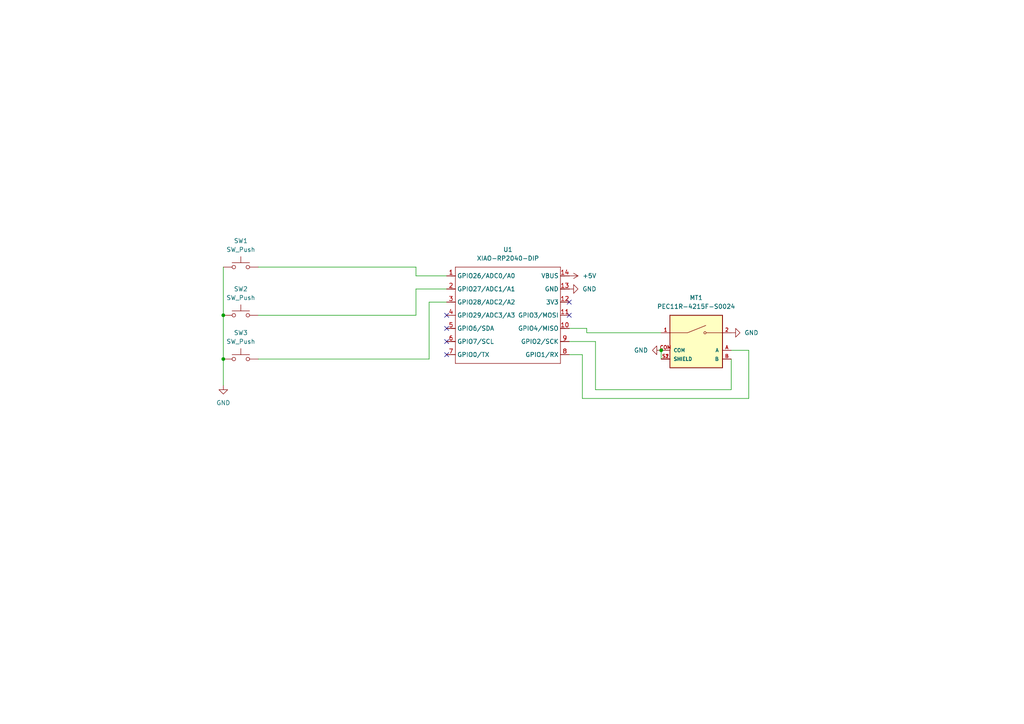
<source format=kicad_sch>
(kicad_sch
	(version 20250114)
	(generator "eeschema")
	(generator_version "9.0")
	(uuid "aaf710d8-5011-43a3-9038-0193f12c2d29")
	(paper "A4")
	(lib_symbols
		(symbol "PEC11R-4215F-S0024:PEC11R-4215F-S0024"
			(pin_names
				(offset 1.016)
			)
			(exclude_from_sim no)
			(in_bom yes)
			(on_board yes)
			(property "Reference" "MT"
				(at -7.62 8.89 0)
				(effects
					(font
						(size 1.27 1.27)
					)
					(justify left bottom)
				)
			)
			(property "Value" "PEC11R-4215F-S0024"
				(at -7.62 -8.89 0)
				(effects
					(font
						(size 1.27 1.27)
					)
					(justify left top)
				)
			)
			(property "Footprint" "PEC11R-4215F-S0024:XDCR_PEC11R-4215F-S0024"
				(at 0 0 0)
				(effects
					(font
						(size 1.27 1.27)
					)
					(justify bottom)
					(hide yes)
				)
			)
			(property "Datasheet" ""
				(at 0 0 0)
				(effects
					(font
						(size 1.27 1.27)
					)
					(hide yes)
				)
			)
			(property "Description" ""
				(at 0 0 0)
				(effects
					(font
						(size 1.27 1.27)
					)
					(hide yes)
				)
			)
			(property "MF" "Bourns"
				(at 0 0 0)
				(effects
					(font
						(size 1.27 1.27)
					)
					(justify bottom)
					(hide yes)
				)
			)
			(property "MAXIMUM_PACKAGE_HEIGHT" "21.5 mm"
				(at 0 0 0)
				(effects
					(font
						(size 1.27 1.27)
					)
					(justify bottom)
					(hide yes)
				)
			)
			(property "Package" "None"
				(at 0 0 0)
				(effects
					(font
						(size 1.27 1.27)
					)
					(justify bottom)
					(hide yes)
				)
			)
			(property "Price" "None"
				(at 0 0 0)
				(effects
					(font
						(size 1.27 1.27)
					)
					(justify bottom)
					(hide yes)
				)
			)
			(property "Check_prices" "https://www.snapeda.com/parts/PEC11R-4215F-S0024/Bourns/view-part/?ref=eda"
				(at 0 0 0)
				(effects
					(font
						(size 1.27 1.27)
					)
					(justify bottom)
					(hide yes)
				)
			)
			(property "STANDARD" "Manufacturer Recommendations"
				(at 0 0 0)
				(effects
					(font
						(size 1.27 1.27)
					)
					(justify bottom)
					(hide yes)
				)
			)
			(property "PARTREV" "Rev. 09/19"
				(at 0 0 0)
				(effects
					(font
						(size 1.27 1.27)
					)
					(justify bottom)
					(hide yes)
				)
			)
			(property "SnapEDA_Link" "https://www.snapeda.com/parts/PEC11R-4215F-S0024/Bourns/view-part/?ref=snap"
				(at 0 0 0)
				(effects
					(font
						(size 1.27 1.27)
					)
					(justify bottom)
					(hide yes)
				)
			)
			(property "MP" "PEC11R-4215F-S0024"
				(at 0 0 0)
				(effects
					(font
						(size 1.27 1.27)
					)
					(justify bottom)
					(hide yes)
				)
			)
			(property "Description_1" "Encoder,Rotary,24 Detents,15 mm, Shaft,Switch | Bourns PEC11R-4215F-S0024"
				(at 0 0 0)
				(effects
					(font
						(size 1.27 1.27)
					)
					(justify bottom)
					(hide yes)
				)
			)
			(property "Availability" "In Stock"
				(at 0 0 0)
				(effects
					(font
						(size 1.27 1.27)
					)
					(justify bottom)
					(hide yes)
				)
			)
			(property "MANUFACTURER" "J.W.Miller/Bourns"
				(at 0 0 0)
				(effects
					(font
						(size 1.27 1.27)
					)
					(justify bottom)
					(hide yes)
				)
			)
			(symbol "PEC11R-4215F-S0024_0_0"
				(rectangle
					(start -7.62 -7.62)
					(end 7.62 7.62)
					(stroke
						(width 0.254)
						(type default)
					)
					(fill
						(type background)
					)
				)
				(polyline
					(pts
						(xy -2.54 2.54) (xy -7.62 2.54)
					)
					(stroke
						(width 0.1524)
						(type default)
					)
					(fill
						(type none)
					)
				)
				(polyline
					(pts
						(xy -2.54 2.54) (xy 2.794 4.6736)
					)
					(stroke
						(width 0.1524)
						(type default)
					)
					(fill
						(type none)
					)
				)
				(circle
					(center 2.54 2.54)
					(radius 0.3302)
					(stroke
						(width 0.1524)
						(type default)
					)
					(fill
						(type none)
					)
				)
				(polyline
					(pts
						(xy 7.62 2.54) (xy 2.921 2.54)
					)
					(stroke
						(width 0.1524)
						(type default)
					)
					(fill
						(type none)
					)
				)
				(pin passive line
					(at -10.16 2.54 0)
					(length 2.54)
					(name "~"
						(effects
							(font
								(size 1.016 1.016)
							)
						)
					)
					(number "1"
						(effects
							(font
								(size 1.016 1.016)
							)
						)
					)
				)
				(pin passive line
					(at -10.16 -2.54 0)
					(length 2.54)
					(name "COM"
						(effects
							(font
								(size 1.016 1.016)
							)
						)
					)
					(number "COM"
						(effects
							(font
								(size 1.016 1.016)
							)
						)
					)
				)
				(pin passive line
					(at -10.16 -5.08 0)
					(length 2.54)
					(name "SHIELD"
						(effects
							(font
								(size 1.016 1.016)
							)
						)
					)
					(number "S1"
						(effects
							(font
								(size 1.016 1.016)
							)
						)
					)
				)
				(pin passive line
					(at -10.16 -5.08 0)
					(length 2.54)
					(name "SHIELD"
						(effects
							(font
								(size 1.016 1.016)
							)
						)
					)
					(number "S2"
						(effects
							(font
								(size 1.016 1.016)
							)
						)
					)
				)
				(pin passive line
					(at 10.16 2.54 180)
					(length 2.54)
					(name "~"
						(effects
							(font
								(size 1.016 1.016)
							)
						)
					)
					(number "2"
						(effects
							(font
								(size 1.016 1.016)
							)
						)
					)
				)
				(pin passive line
					(at 10.16 -2.54 180)
					(length 2.54)
					(name "A"
						(effects
							(font
								(size 1.016 1.016)
							)
						)
					)
					(number "A"
						(effects
							(font
								(size 1.016 1.016)
							)
						)
					)
				)
				(pin passive line
					(at 10.16 -5.08 180)
					(length 2.54)
					(name "B"
						(effects
							(font
								(size 1.016 1.016)
							)
						)
					)
					(number "B"
						(effects
							(font
								(size 1.016 1.016)
							)
						)
					)
				)
			)
			(embedded_fonts no)
		)
		(symbol "Seeed_Studio_XIAO_Series:XIAO-RP2040-DIP"
			(exclude_from_sim no)
			(in_bom yes)
			(on_board yes)
			(property "Reference" "U"
				(at 0 0 0)
				(effects
					(font
						(size 1.27 1.27)
					)
				)
			)
			(property "Value" "XIAO-RP2040-DIP"
				(at 5.334 -1.778 0)
				(effects
					(font
						(size 1.27 1.27)
					)
				)
			)
			(property "Footprint" "Module:MOUDLE14P-XIAO-DIP-SMD"
				(at 14.478 -32.258 0)
				(effects
					(font
						(size 1.27 1.27)
					)
					(hide yes)
				)
			)
			(property "Datasheet" ""
				(at 0 0 0)
				(effects
					(font
						(size 1.27 1.27)
					)
					(hide yes)
				)
			)
			(property "Description" ""
				(at 0 0 0)
				(effects
					(font
						(size 1.27 1.27)
					)
					(hide yes)
				)
			)
			(symbol "XIAO-RP2040-DIP_1_0"
				(polyline
					(pts
						(xy -1.27 -2.54) (xy 29.21 -2.54)
					)
					(stroke
						(width 0.1524)
						(type solid)
					)
					(fill
						(type none)
					)
				)
				(polyline
					(pts
						(xy -1.27 -5.08) (xy -2.54 -5.08)
					)
					(stroke
						(width 0.1524)
						(type solid)
					)
					(fill
						(type none)
					)
				)
				(polyline
					(pts
						(xy -1.27 -5.08) (xy -1.27 -2.54)
					)
					(stroke
						(width 0.1524)
						(type solid)
					)
					(fill
						(type none)
					)
				)
				(polyline
					(pts
						(xy -1.27 -8.89) (xy -2.54 -8.89)
					)
					(stroke
						(width 0.1524)
						(type solid)
					)
					(fill
						(type none)
					)
				)
				(polyline
					(pts
						(xy -1.27 -8.89) (xy -1.27 -5.08)
					)
					(stroke
						(width 0.1524)
						(type solid)
					)
					(fill
						(type none)
					)
				)
				(polyline
					(pts
						(xy -1.27 -12.7) (xy -2.54 -12.7)
					)
					(stroke
						(width 0.1524)
						(type solid)
					)
					(fill
						(type none)
					)
				)
				(polyline
					(pts
						(xy -1.27 -12.7) (xy -1.27 -8.89)
					)
					(stroke
						(width 0.1524)
						(type solid)
					)
					(fill
						(type none)
					)
				)
				(polyline
					(pts
						(xy -1.27 -16.51) (xy -2.54 -16.51)
					)
					(stroke
						(width 0.1524)
						(type solid)
					)
					(fill
						(type none)
					)
				)
				(polyline
					(pts
						(xy -1.27 -16.51) (xy -1.27 -12.7)
					)
					(stroke
						(width 0.1524)
						(type solid)
					)
					(fill
						(type none)
					)
				)
				(polyline
					(pts
						(xy -1.27 -20.32) (xy -2.54 -20.32)
					)
					(stroke
						(width 0.1524)
						(type solid)
					)
					(fill
						(type none)
					)
				)
				(polyline
					(pts
						(xy -1.27 -24.13) (xy -2.54 -24.13)
					)
					(stroke
						(width 0.1524)
						(type solid)
					)
					(fill
						(type none)
					)
				)
				(polyline
					(pts
						(xy -1.27 -27.94) (xy -2.54 -27.94)
					)
					(stroke
						(width 0.1524)
						(type solid)
					)
					(fill
						(type none)
					)
				)
				(polyline
					(pts
						(xy -1.27 -30.48) (xy -1.27 -16.51)
					)
					(stroke
						(width 0.1524)
						(type solid)
					)
					(fill
						(type none)
					)
				)
				(polyline
					(pts
						(xy 29.21 -2.54) (xy 29.21 -5.08)
					)
					(stroke
						(width 0.1524)
						(type solid)
					)
					(fill
						(type none)
					)
				)
				(polyline
					(pts
						(xy 29.21 -5.08) (xy 29.21 -8.89)
					)
					(stroke
						(width 0.1524)
						(type solid)
					)
					(fill
						(type none)
					)
				)
				(polyline
					(pts
						(xy 29.21 -8.89) (xy 29.21 -12.7)
					)
					(stroke
						(width 0.1524)
						(type solid)
					)
					(fill
						(type none)
					)
				)
				(polyline
					(pts
						(xy 29.21 -12.7) (xy 29.21 -30.48)
					)
					(stroke
						(width 0.1524)
						(type solid)
					)
					(fill
						(type none)
					)
				)
				(polyline
					(pts
						(xy 29.21 -30.48) (xy -1.27 -30.48)
					)
					(stroke
						(width 0.1524)
						(type solid)
					)
					(fill
						(type none)
					)
				)
				(polyline
					(pts
						(xy 30.48 -5.08) (xy 29.21 -5.08)
					)
					(stroke
						(width 0.1524)
						(type solid)
					)
					(fill
						(type none)
					)
				)
				(polyline
					(pts
						(xy 30.48 -8.89) (xy 29.21 -8.89)
					)
					(stroke
						(width 0.1524)
						(type solid)
					)
					(fill
						(type none)
					)
				)
				(polyline
					(pts
						(xy 30.48 -12.7) (xy 29.21 -12.7)
					)
					(stroke
						(width 0.1524)
						(type solid)
					)
					(fill
						(type none)
					)
				)
				(polyline
					(pts
						(xy 30.48 -16.51) (xy 29.21 -16.51)
					)
					(stroke
						(width 0.1524)
						(type solid)
					)
					(fill
						(type none)
					)
				)
				(polyline
					(pts
						(xy 30.48 -20.32) (xy 29.21 -20.32)
					)
					(stroke
						(width 0.1524)
						(type solid)
					)
					(fill
						(type none)
					)
				)
				(polyline
					(pts
						(xy 30.48 -24.13) (xy 29.21 -24.13)
					)
					(stroke
						(width 0.1524)
						(type solid)
					)
					(fill
						(type none)
					)
				)
				(polyline
					(pts
						(xy 30.48 -27.94) (xy 29.21 -27.94)
					)
					(stroke
						(width 0.1524)
						(type solid)
					)
					(fill
						(type none)
					)
				)
				(pin passive line
					(at -3.81 -5.08 0)
					(length 2.54)
					(name "GPIO26/ADC0/A0"
						(effects
							(font
								(size 1.27 1.27)
							)
						)
					)
					(number "1"
						(effects
							(font
								(size 1.27 1.27)
							)
						)
					)
				)
				(pin passive line
					(at -3.81 -8.89 0)
					(length 2.54)
					(name "GPIO27/ADC1/A1"
						(effects
							(font
								(size 1.27 1.27)
							)
						)
					)
					(number "2"
						(effects
							(font
								(size 1.27 1.27)
							)
						)
					)
				)
				(pin passive line
					(at -3.81 -12.7 0)
					(length 2.54)
					(name "GPIO28/ADC2/A2"
						(effects
							(font
								(size 1.27 1.27)
							)
						)
					)
					(number "3"
						(effects
							(font
								(size 1.27 1.27)
							)
						)
					)
				)
				(pin passive line
					(at -3.81 -16.51 0)
					(length 2.54)
					(name "GPIO29/ADC3/A3"
						(effects
							(font
								(size 1.27 1.27)
							)
						)
					)
					(number "4"
						(effects
							(font
								(size 1.27 1.27)
							)
						)
					)
				)
				(pin passive line
					(at -3.81 -20.32 0)
					(length 2.54)
					(name "GPIO6/SDA"
						(effects
							(font
								(size 1.27 1.27)
							)
						)
					)
					(number "5"
						(effects
							(font
								(size 1.27 1.27)
							)
						)
					)
				)
				(pin passive line
					(at -3.81 -24.13 0)
					(length 2.54)
					(name "GPIO7/SCL"
						(effects
							(font
								(size 1.27 1.27)
							)
						)
					)
					(number "6"
						(effects
							(font
								(size 1.27 1.27)
							)
						)
					)
				)
				(pin passive line
					(at -3.81 -27.94 0)
					(length 2.54)
					(name "GPIO0/TX"
						(effects
							(font
								(size 1.27 1.27)
							)
						)
					)
					(number "7"
						(effects
							(font
								(size 1.27 1.27)
							)
						)
					)
				)
				(pin passive line
					(at 31.75 -5.08 180)
					(length 2.54)
					(name "VBUS"
						(effects
							(font
								(size 1.27 1.27)
							)
						)
					)
					(number "14"
						(effects
							(font
								(size 1.27 1.27)
							)
						)
					)
				)
				(pin passive line
					(at 31.75 -8.89 180)
					(length 2.54)
					(name "GND"
						(effects
							(font
								(size 1.27 1.27)
							)
						)
					)
					(number "13"
						(effects
							(font
								(size 1.27 1.27)
							)
						)
					)
				)
				(pin passive line
					(at 31.75 -12.7 180)
					(length 2.54)
					(name "3V3"
						(effects
							(font
								(size 1.27 1.27)
							)
						)
					)
					(number "12"
						(effects
							(font
								(size 1.27 1.27)
							)
						)
					)
				)
				(pin passive line
					(at 31.75 -16.51 180)
					(length 2.54)
					(name "GPIO3/MOSI"
						(effects
							(font
								(size 1.27 1.27)
							)
						)
					)
					(number "11"
						(effects
							(font
								(size 1.27 1.27)
							)
						)
					)
				)
				(pin passive line
					(at 31.75 -20.32 180)
					(length 2.54)
					(name "GPIO4/MISO"
						(effects
							(font
								(size 1.27 1.27)
							)
						)
					)
					(number "10"
						(effects
							(font
								(size 1.27 1.27)
							)
						)
					)
				)
				(pin passive line
					(at 31.75 -24.13 180)
					(length 2.54)
					(name "GPIO2/SCK"
						(effects
							(font
								(size 1.27 1.27)
							)
						)
					)
					(number "9"
						(effects
							(font
								(size 1.27 1.27)
							)
						)
					)
				)
				(pin passive line
					(at 31.75 -27.94 180)
					(length 2.54)
					(name "GPIO1/RX"
						(effects
							(font
								(size 1.27 1.27)
							)
						)
					)
					(number "8"
						(effects
							(font
								(size 1.27 1.27)
							)
						)
					)
				)
			)
			(embedded_fonts no)
		)
		(symbol "Switch:SW_Push"
			(pin_numbers
				(hide yes)
			)
			(pin_names
				(offset 1.016)
				(hide yes)
			)
			(exclude_from_sim no)
			(in_bom yes)
			(on_board yes)
			(property "Reference" "SW"
				(at 1.27 2.54 0)
				(effects
					(font
						(size 1.27 1.27)
					)
					(justify left)
				)
			)
			(property "Value" "SW_Push"
				(at 0 -1.524 0)
				(effects
					(font
						(size 1.27 1.27)
					)
				)
			)
			(property "Footprint" ""
				(at 0 5.08 0)
				(effects
					(font
						(size 1.27 1.27)
					)
					(hide yes)
				)
			)
			(property "Datasheet" "~"
				(at 0 5.08 0)
				(effects
					(font
						(size 1.27 1.27)
					)
					(hide yes)
				)
			)
			(property "Description" "Push button switch, generic, two pins"
				(at 0 0 0)
				(effects
					(font
						(size 1.27 1.27)
					)
					(hide yes)
				)
			)
			(property "ki_keywords" "switch normally-open pushbutton push-button"
				(at 0 0 0)
				(effects
					(font
						(size 1.27 1.27)
					)
					(hide yes)
				)
			)
			(symbol "SW_Push_0_1"
				(circle
					(center -2.032 0)
					(radius 0.508)
					(stroke
						(width 0)
						(type default)
					)
					(fill
						(type none)
					)
				)
				(polyline
					(pts
						(xy 0 1.27) (xy 0 3.048)
					)
					(stroke
						(width 0)
						(type default)
					)
					(fill
						(type none)
					)
				)
				(circle
					(center 2.032 0)
					(radius 0.508)
					(stroke
						(width 0)
						(type default)
					)
					(fill
						(type none)
					)
				)
				(polyline
					(pts
						(xy 2.54 1.27) (xy -2.54 1.27)
					)
					(stroke
						(width 0)
						(type default)
					)
					(fill
						(type none)
					)
				)
				(pin passive line
					(at -5.08 0 0)
					(length 2.54)
					(name "1"
						(effects
							(font
								(size 1.27 1.27)
							)
						)
					)
					(number "1"
						(effects
							(font
								(size 1.27 1.27)
							)
						)
					)
				)
				(pin passive line
					(at 5.08 0 180)
					(length 2.54)
					(name "2"
						(effects
							(font
								(size 1.27 1.27)
							)
						)
					)
					(number "2"
						(effects
							(font
								(size 1.27 1.27)
							)
						)
					)
				)
			)
			(embedded_fonts no)
		)
		(symbol "power:+5V"
			(power)
			(pin_numbers
				(hide yes)
			)
			(pin_names
				(offset 0)
				(hide yes)
			)
			(exclude_from_sim no)
			(in_bom yes)
			(on_board yes)
			(property "Reference" "#PWR"
				(at 0 -3.81 0)
				(effects
					(font
						(size 1.27 1.27)
					)
					(hide yes)
				)
			)
			(property "Value" "+5V"
				(at 0 3.556 0)
				(effects
					(font
						(size 1.27 1.27)
					)
				)
			)
			(property "Footprint" ""
				(at 0 0 0)
				(effects
					(font
						(size 1.27 1.27)
					)
					(hide yes)
				)
			)
			(property "Datasheet" ""
				(at 0 0 0)
				(effects
					(font
						(size 1.27 1.27)
					)
					(hide yes)
				)
			)
			(property "Description" "Power symbol creates a global label with name \"+5V\""
				(at 0 0 0)
				(effects
					(font
						(size 1.27 1.27)
					)
					(hide yes)
				)
			)
			(property "ki_keywords" "global power"
				(at 0 0 0)
				(effects
					(font
						(size 1.27 1.27)
					)
					(hide yes)
				)
			)
			(symbol "+5V_0_1"
				(polyline
					(pts
						(xy -0.762 1.27) (xy 0 2.54)
					)
					(stroke
						(width 0)
						(type default)
					)
					(fill
						(type none)
					)
				)
				(polyline
					(pts
						(xy 0 2.54) (xy 0.762 1.27)
					)
					(stroke
						(width 0)
						(type default)
					)
					(fill
						(type none)
					)
				)
				(polyline
					(pts
						(xy 0 0) (xy 0 2.54)
					)
					(stroke
						(width 0)
						(type default)
					)
					(fill
						(type none)
					)
				)
			)
			(symbol "+5V_1_1"
				(pin power_in line
					(at 0 0 90)
					(length 0)
					(name "~"
						(effects
							(font
								(size 1.27 1.27)
							)
						)
					)
					(number "1"
						(effects
							(font
								(size 1.27 1.27)
							)
						)
					)
				)
			)
			(embedded_fonts no)
		)
		(symbol "power:GND"
			(power)
			(pin_numbers
				(hide yes)
			)
			(pin_names
				(offset 0)
				(hide yes)
			)
			(exclude_from_sim no)
			(in_bom yes)
			(on_board yes)
			(property "Reference" "#PWR"
				(at 0 -6.35 0)
				(effects
					(font
						(size 1.27 1.27)
					)
					(hide yes)
				)
			)
			(property "Value" "GND"
				(at 0 -3.81 0)
				(effects
					(font
						(size 1.27 1.27)
					)
				)
			)
			(property "Footprint" ""
				(at 0 0 0)
				(effects
					(font
						(size 1.27 1.27)
					)
					(hide yes)
				)
			)
			(property "Datasheet" ""
				(at 0 0 0)
				(effects
					(font
						(size 1.27 1.27)
					)
					(hide yes)
				)
			)
			(property "Description" "Power symbol creates a global label with name \"GND\" , ground"
				(at 0 0 0)
				(effects
					(font
						(size 1.27 1.27)
					)
					(hide yes)
				)
			)
			(property "ki_keywords" "global power"
				(at 0 0 0)
				(effects
					(font
						(size 1.27 1.27)
					)
					(hide yes)
				)
			)
			(symbol "GND_0_1"
				(polyline
					(pts
						(xy 0 0) (xy 0 -1.27) (xy 1.27 -1.27) (xy 0 -2.54) (xy -1.27 -1.27) (xy 0 -1.27)
					)
					(stroke
						(width 0)
						(type default)
					)
					(fill
						(type none)
					)
				)
			)
			(symbol "GND_1_1"
				(pin power_in line
					(at 0 0 270)
					(length 0)
					(name "~"
						(effects
							(font
								(size 1.27 1.27)
							)
						)
					)
					(number "1"
						(effects
							(font
								(size 1.27 1.27)
							)
						)
					)
				)
			)
			(embedded_fonts no)
		)
	)
	(junction
		(at 191.77 101.6)
		(diameter 0)
		(color 0 0 0 0)
		(uuid "1af35bd3-b251-453b-bc89-5fadb1772515")
	)
	(junction
		(at 64.77 104.14)
		(diameter 0)
		(color 0 0 0 0)
		(uuid "4da6bf02-6666-4ab8-a825-f9aed5fe32a4")
	)
	(junction
		(at 64.77 91.44)
		(diameter 0)
		(color 0 0 0 0)
		(uuid "7a0056c9-99e8-4d58-b24e-d072412b2660")
	)
	(no_connect
		(at 129.54 99.06)
		(uuid "08c1e005-8757-4573-b570-84d7f8ca3232")
	)
	(no_connect
		(at 129.54 95.25)
		(uuid "2981d18c-b36c-44a7-9356-39c091fb8e58")
	)
	(no_connect
		(at 129.54 102.87)
		(uuid "30b63f70-bca7-4e5c-93ed-d75a55c4ad08")
	)
	(no_connect
		(at 165.1 91.44)
		(uuid "a9bd50e1-4faf-4a77-826b-3dd0bcec9ccc")
	)
	(no_connect
		(at 165.1 87.63)
		(uuid "ae49973f-124d-41fd-b14b-a05b4a8ef195")
	)
	(no_connect
		(at 129.54 91.44)
		(uuid "e9ea511a-f8ae-405e-b9f5-22b107cd054a")
	)
	(wire
		(pts
			(xy 170.18 95.25) (xy 165.1 95.25)
		)
		(stroke
			(width 0)
			(type default)
		)
		(uuid "010a23c4-1b71-409d-95a3-67c0ca28ef17")
	)
	(wire
		(pts
			(xy 170.18 96.52) (xy 170.18 95.25)
		)
		(stroke
			(width 0)
			(type default)
		)
		(uuid "1ce10801-ec8b-43ef-aafe-cb0c4a54bf46")
	)
	(wire
		(pts
			(xy 74.93 104.14) (xy 124.46 104.14)
		)
		(stroke
			(width 0)
			(type default)
		)
		(uuid "26abe2d6-e4d8-49cb-9402-558b92a6e57a")
	)
	(wire
		(pts
			(xy 64.77 104.14) (xy 64.77 111.76)
		)
		(stroke
			(width 0)
			(type default)
		)
		(uuid "31575b01-50ef-439a-9c9d-92fd82280349")
	)
	(wire
		(pts
			(xy 120.65 83.82) (xy 129.54 83.82)
		)
		(stroke
			(width 0)
			(type default)
		)
		(uuid "3431dc59-af32-4032-8d1f-6c0147896318")
	)
	(wire
		(pts
			(xy 172.72 113.03) (xy 172.72 99.06)
		)
		(stroke
			(width 0)
			(type default)
		)
		(uuid "3b0cf1f1-1bd3-4ead-b351-56d5d7f9ccc6")
	)
	(wire
		(pts
			(xy 120.65 80.01) (xy 129.54 80.01)
		)
		(stroke
			(width 0)
			(type default)
		)
		(uuid "44ff7fc8-2f87-4758-a06d-c521cf87b30e")
	)
	(wire
		(pts
			(xy 64.77 77.47) (xy 64.77 91.44)
		)
		(stroke
			(width 0)
			(type default)
		)
		(uuid "58364321-6130-4d19-823f-90b5ca9f9d95")
	)
	(wire
		(pts
			(xy 191.77 101.6) (xy 191.77 104.14)
		)
		(stroke
			(width 0)
			(type default)
		)
		(uuid "5ae77bf8-3d07-4547-8512-2011767fbc0d")
	)
	(wire
		(pts
			(xy 217.17 115.57) (xy 168.91 115.57)
		)
		(stroke
			(width 0)
			(type default)
		)
		(uuid "5f05e8e5-2c4c-4f76-bf11-622a9a7c2efd")
	)
	(wire
		(pts
			(xy 74.93 91.44) (xy 120.65 91.44)
		)
		(stroke
			(width 0)
			(type default)
		)
		(uuid "6651394a-a01e-441f-aa0b-93d4a494fbf0")
	)
	(wire
		(pts
			(xy 124.46 104.14) (xy 124.46 87.63)
		)
		(stroke
			(width 0)
			(type default)
		)
		(uuid "7dad0ffd-9df2-4823-9abd-2c19f5cb799c")
	)
	(wire
		(pts
			(xy 120.65 77.47) (xy 120.65 80.01)
		)
		(stroke
			(width 0)
			(type default)
		)
		(uuid "813827d0-1af0-42a3-a7af-e2bd6f5dbd99")
	)
	(wire
		(pts
			(xy 64.77 91.44) (xy 64.77 104.14)
		)
		(stroke
			(width 0)
			(type default)
		)
		(uuid "83e93932-36fc-427b-8970-065013eac559")
	)
	(wire
		(pts
			(xy 168.91 115.57) (xy 168.91 102.87)
		)
		(stroke
			(width 0)
			(type default)
		)
		(uuid "a537f1d4-aa7d-4c82-b34b-8435caae2c80")
	)
	(wire
		(pts
			(xy 172.72 99.06) (xy 165.1 99.06)
		)
		(stroke
			(width 0)
			(type default)
		)
		(uuid "afab9581-706f-4b3e-9f61-da704e67b09c")
	)
	(wire
		(pts
			(xy 212.09 113.03) (xy 172.72 113.03)
		)
		(stroke
			(width 0)
			(type default)
		)
		(uuid "ca42bef7-bc4b-4801-afcf-2f8d2a5ecd05")
	)
	(wire
		(pts
			(xy 74.93 77.47) (xy 120.65 77.47)
		)
		(stroke
			(width 0)
			(type default)
		)
		(uuid "e079cfec-e6ca-433f-b5f8-00fa6a0c62f8")
	)
	(wire
		(pts
			(xy 124.46 87.63) (xy 129.54 87.63)
		)
		(stroke
			(width 0)
			(type default)
		)
		(uuid "e900e3f6-5f4f-4315-b24a-e493f31e744b")
	)
	(wire
		(pts
			(xy 217.17 101.6) (xy 217.17 115.57)
		)
		(stroke
			(width 0)
			(type default)
		)
		(uuid "eec46beb-73cd-4248-b079-f24023f267ef")
	)
	(wire
		(pts
			(xy 212.09 104.14) (xy 212.09 113.03)
		)
		(stroke
			(width 0)
			(type default)
		)
		(uuid "f2b50afd-5ea1-44c1-921e-249059c13763")
	)
	(wire
		(pts
			(xy 212.09 101.6) (xy 217.17 101.6)
		)
		(stroke
			(width 0)
			(type default)
		)
		(uuid "f543bfde-3957-41c0-a619-a6ffc749fc23")
	)
	(wire
		(pts
			(xy 120.65 91.44) (xy 120.65 83.82)
		)
		(stroke
			(width 0)
			(type default)
		)
		(uuid "f5980cf9-7ce3-4705-8337-87ae0e4f7bd3")
	)
	(wire
		(pts
			(xy 168.91 102.87) (xy 165.1 102.87)
		)
		(stroke
			(width 0)
			(type default)
		)
		(uuid "f7fc7e1b-7fdb-473a-8251-7a426931eb4e")
	)
	(wire
		(pts
			(xy 191.77 96.52) (xy 170.18 96.52)
		)
		(stroke
			(width 0)
			(type default)
		)
		(uuid "f863ba6b-d887-48c6-974a-d12ae2689778")
	)
	(symbol
		(lib_id "Seeed_Studio_XIAO_Series:XIAO-RP2040-DIP")
		(at 133.35 74.93 0)
		(unit 1)
		(exclude_from_sim no)
		(in_bom yes)
		(on_board yes)
		(dnp no)
		(fields_autoplaced yes)
		(uuid "350757ca-76fd-44d8-91a2-a0264709f4b0")
		(property "Reference" "U1"
			(at 147.32 72.39 0)
			(effects
				(font
					(size 1.27 1.27)
				)
			)
		)
		(property "Value" "XIAO-RP2040-DIP"
			(at 147.32 74.93 0)
			(effects
				(font
					(size 1.27 1.27)
				)
			)
		)
		(property "Footprint" "footprints-but-better:XIAO-RP2040-DIP"
			(at 147.828 107.188 0)
			(effects
				(font
					(size 1.27 1.27)
				)
				(hide yes)
			)
		)
		(property "Datasheet" ""
			(at 133.35 74.93 0)
			(effects
				(font
					(size 1.27 1.27)
				)
				(hide yes)
			)
		)
		(property "Description" ""
			(at 133.35 74.93 0)
			(effects
				(font
					(size 1.27 1.27)
				)
				(hide yes)
			)
		)
		(pin "4"
			(uuid "95b38c19-1542-476a-83e0-647199250481")
		)
		(pin "14"
			(uuid "cd9a2fac-0661-4884-8786-fb92ccce6f4c")
		)
		(pin "3"
			(uuid "8aa30287-1cf0-4c76-8bdb-f2145cc449e5")
		)
		(pin "6"
			(uuid "7bcb3329-90ab-4dd8-a96d-b24e6a63c68b")
		)
		(pin "11"
			(uuid "e2bc695b-6fbf-48d1-8a4b-05d5d82f2a3b")
		)
		(pin "5"
			(uuid "1d6f306c-031b-4632-af9e-8bbb9b1e8a46")
		)
		(pin "2"
			(uuid "536bc469-8a03-4f2c-820f-3d9733473ee4")
		)
		(pin "12"
			(uuid "22ca73ec-34ef-4d0e-aa10-3e8c58cfcdbe")
		)
		(pin "7"
			(uuid "3aa573b0-d19d-45fc-8dee-e21dfc09ad89")
		)
		(pin "9"
			(uuid "2eb98472-371c-41cb-ae09-b9f9f88200f8")
		)
		(pin "8"
			(uuid "adc38a86-6d64-4b78-8344-26245b0fe905")
		)
		(pin "1"
			(uuid "35b0f1d1-725e-4afe-b93f-b0d721c9273d")
		)
		(pin "13"
			(uuid "fd283528-ab02-42d6-a9f9-095e749326dd")
		)
		(pin "10"
			(uuid "4d72cf16-9749-40d5-a00f-381e20a9e54c")
		)
		(instances
			(project ""
				(path "/aaf710d8-5011-43a3-9038-0193f12c2d29"
					(reference "U1")
					(unit 1)
				)
			)
		)
	)
	(symbol
		(lib_id "Switch:SW_Push")
		(at 69.85 91.44 0)
		(unit 1)
		(exclude_from_sim no)
		(in_bom yes)
		(on_board yes)
		(dnp no)
		(fields_autoplaced yes)
		(uuid "3c0f5ed3-c3bf-40d1-a788-f9df715eaed7")
		(property "Reference" "SW2"
			(at 69.85 83.82 0)
			(effects
				(font
					(size 1.27 1.27)
				)
			)
		)
		(property "Value" "SW_Push"
			(at 69.85 86.36 0)
			(effects
				(font
					(size 1.27 1.27)
				)
			)
		)
		(property "Footprint" "Button_Switch_Keyboard:SW_Cherry_MX_1.00u_PCB"
			(at 69.85 86.36 0)
			(effects
				(font
					(size 1.27 1.27)
				)
				(hide yes)
			)
		)
		(property "Datasheet" "~"
			(at 69.85 86.36 0)
			(effects
				(font
					(size 1.27 1.27)
				)
				(hide yes)
			)
		)
		(property "Description" "Push button switch, generic, two pins"
			(at 69.85 91.44 0)
			(effects
				(font
					(size 1.27 1.27)
				)
				(hide yes)
			)
		)
		(pin "2"
			(uuid "ca056254-847a-4b56-9e3e-4436bad0cd33")
		)
		(pin "1"
			(uuid "7db32001-b8eb-4e23-bbc9-17e49c652ae0")
		)
		(instances
			(project ""
				(path "/aaf710d8-5011-43a3-9038-0193f12c2d29"
					(reference "SW2")
					(unit 1)
				)
			)
		)
	)
	(symbol
		(lib_id "Switch:SW_Push")
		(at 69.85 77.47 0)
		(unit 1)
		(exclude_from_sim no)
		(in_bom yes)
		(on_board yes)
		(dnp no)
		(fields_autoplaced yes)
		(uuid "4705e00c-2172-4729-8c01-131837208337")
		(property "Reference" "SW1"
			(at 69.85 69.85 0)
			(effects
				(font
					(size 1.27 1.27)
				)
			)
		)
		(property "Value" "SW_Push"
			(at 69.85 72.39 0)
			(effects
				(font
					(size 1.27 1.27)
				)
			)
		)
		(property "Footprint" "Button_Switch_Keyboard:SW_Cherry_MX_1.00u_PCB"
			(at 69.85 72.39 0)
			(effects
				(font
					(size 1.27 1.27)
				)
				(hide yes)
			)
		)
		(property "Datasheet" "~"
			(at 69.85 72.39 0)
			(effects
				(font
					(size 1.27 1.27)
				)
				(hide yes)
			)
		)
		(property "Description" "Push button switch, generic, two pins"
			(at 69.85 77.47 0)
			(effects
				(font
					(size 1.27 1.27)
				)
				(hide yes)
			)
		)
		(pin "2"
			(uuid "ca056254-847a-4b56-9e3e-4436bad0cd34")
		)
		(pin "1"
			(uuid "7db32001-b8eb-4e23-bbc9-17e49c652ae1")
		)
		(instances
			(project ""
				(path "/aaf710d8-5011-43a3-9038-0193f12c2d29"
					(reference "SW1")
					(unit 1)
				)
			)
		)
	)
	(symbol
		(lib_id "power:GND")
		(at 191.77 101.6 270)
		(unit 1)
		(exclude_from_sim no)
		(in_bom yes)
		(on_board yes)
		(dnp no)
		(fields_autoplaced yes)
		(uuid "5b4fec04-f616-4a92-a4f1-c5d7b095a172")
		(property "Reference" "#PWR04"
			(at 185.42 101.6 0)
			(effects
				(font
					(size 1.27 1.27)
				)
				(hide yes)
			)
		)
		(property "Value" "GND"
			(at 187.96 101.5999 90)
			(effects
				(font
					(size 1.27 1.27)
				)
				(justify right)
			)
		)
		(property "Footprint" ""
			(at 191.77 101.6 0)
			(effects
				(font
					(size 1.27 1.27)
				)
				(hide yes)
			)
		)
		(property "Datasheet" ""
			(at 191.77 101.6 0)
			(effects
				(font
					(size 1.27 1.27)
				)
				(hide yes)
			)
		)
		(property "Description" "Power symbol creates a global label with name \"GND\" , ground"
			(at 191.77 101.6 0)
			(effects
				(font
					(size 1.27 1.27)
				)
				(hide yes)
			)
		)
		(pin "1"
			(uuid "7db850dd-15b7-4dbc-96ce-2f938105f9a0")
		)
		(instances
			(project ""
				(path "/aaf710d8-5011-43a3-9038-0193f12c2d29"
					(reference "#PWR04")
					(unit 1)
				)
			)
		)
	)
	(symbol
		(lib_id "power:+5V")
		(at 165.1 80.01 270)
		(unit 1)
		(exclude_from_sim no)
		(in_bom yes)
		(on_board yes)
		(dnp no)
		(fields_autoplaced yes)
		(uuid "7ef9233a-b4f0-45d5-8d6a-04efcdeed9d9")
		(property "Reference" "#PWR03"
			(at 161.29 80.01 0)
			(effects
				(font
					(size 1.27 1.27)
				)
				(hide yes)
			)
		)
		(property "Value" "+5V"
			(at 168.91 80.0099 90)
			(effects
				(font
					(size 1.27 1.27)
				)
				(justify left)
			)
		)
		(property "Footprint" ""
			(at 165.1 80.01 0)
			(effects
				(font
					(size 1.27 1.27)
				)
				(hide yes)
			)
		)
		(property "Datasheet" ""
			(at 165.1 80.01 0)
			(effects
				(font
					(size 1.27 1.27)
				)
				(hide yes)
			)
		)
		(property "Description" "Power symbol creates a global label with name \"+5V\""
			(at 165.1 80.01 0)
			(effects
				(font
					(size 1.27 1.27)
				)
				(hide yes)
			)
		)
		(pin "1"
			(uuid "0a629458-bb92-416f-ac95-48ffea2b774b")
		)
		(instances
			(project ""
				(path "/aaf710d8-5011-43a3-9038-0193f12c2d29"
					(reference "#PWR03")
					(unit 1)
				)
			)
		)
	)
	(symbol
		(lib_id "PEC11R-4215F-S0024:PEC11R-4215F-S0024")
		(at 201.93 99.06 0)
		(unit 1)
		(exclude_from_sim no)
		(in_bom yes)
		(on_board yes)
		(dnp no)
		(fields_autoplaced yes)
		(uuid "b4366a2b-6421-4de3-95ba-53939922809c")
		(property "Reference" "MT1"
			(at 201.93 86.36 0)
			(effects
				(font
					(size 1.27 1.27)
				)
			)
		)
		(property "Value" "PEC11R-4215F-S0024"
			(at 201.93 88.9 0)
			(effects
				(font
					(size 1.27 1.27)
				)
			)
		)
		(property "Footprint" "PEC11R-4215F-S0024:XDCR_PEC11R-4215F-S0024"
			(at 201.93 99.06 0)
			(effects
				(font
					(size 1.27 1.27)
				)
				(justify bottom)
				(hide yes)
			)
		)
		(property "Datasheet" ""
			(at 201.93 99.06 0)
			(effects
				(font
					(size 1.27 1.27)
				)
				(hide yes)
			)
		)
		(property "Description" ""
			(at 201.93 99.06 0)
			(effects
				(font
					(size 1.27 1.27)
				)
				(hide yes)
			)
		)
		(property "MF" "Bourns"
			(at 201.93 99.06 0)
			(effects
				(font
					(size 1.27 1.27)
				)
				(justify bottom)
				(hide yes)
			)
		)
		(property "MAXIMUM_PACKAGE_HEIGHT" "21.5 mm"
			(at 201.93 99.06 0)
			(effects
				(font
					(size 1.27 1.27)
				)
				(justify bottom)
				(hide yes)
			)
		)
		(property "Package" "None"
			(at 201.93 99.06 0)
			(effects
				(font
					(size 1.27 1.27)
				)
				(justify bottom)
				(hide yes)
			)
		)
		(property "Price" "None"
			(at 201.93 99.06 0)
			(effects
				(font
					(size 1.27 1.27)
				)
				(justify bottom)
				(hide yes)
			)
		)
		(property "Check_prices" "https://www.snapeda.com/parts/PEC11R-4215F-S0024/Bourns/view-part/?ref=eda"
			(at 201.93 99.06 0)
			(effects
				(font
					(size 1.27 1.27)
				)
				(justify bottom)
				(hide yes)
			)
		)
		(property "STANDARD" "Manufacturer Recommendations"
			(at 201.93 99.06 0)
			(effects
				(font
					(size 1.27 1.27)
				)
				(justify bottom)
				(hide yes)
			)
		)
		(property "PARTREV" "Rev. 09/19"
			(at 201.93 99.06 0)
			(effects
				(font
					(size 1.27 1.27)
				)
				(justify bottom)
				(hide yes)
			)
		)
		(property "SnapEDA_Link" "https://www.snapeda.com/parts/PEC11R-4215F-S0024/Bourns/view-part/?ref=snap"
			(at 201.93 99.06 0)
			(effects
				(font
					(size 1.27 1.27)
				)
				(justify bottom)
				(hide yes)
			)
		)
		(property "MP" "PEC11R-4215F-S0024"
			(at 201.93 99.06 0)
			(effects
				(font
					(size 1.27 1.27)
				)
				(justify bottom)
				(hide yes)
			)
		)
		(property "Description_1" "Encoder,Rotary,24 Detents,15 mm, Shaft,Switch | Bourns PEC11R-4215F-S0024"
			(at 201.93 99.06 0)
			(effects
				(font
					(size 1.27 1.27)
				)
				(justify bottom)
				(hide yes)
			)
		)
		(property "Availability" "In Stock"
			(at 201.93 99.06 0)
			(effects
				(font
					(size 1.27 1.27)
				)
				(justify bottom)
				(hide yes)
			)
		)
		(property "MANUFACTURER" "J.W.Miller/Bourns"
			(at 201.93 99.06 0)
			(effects
				(font
					(size 1.27 1.27)
				)
				(justify bottom)
				(hide yes)
			)
		)
		(pin "S2"
			(uuid "f957411f-eb21-48bb-8c1d-4f4afcd53f00")
		)
		(pin "A"
			(uuid "51b6c269-950c-40b8-993b-d13da6b43ffb")
		)
		(pin "2"
			(uuid "3264f0e1-81d6-4c05-81f9-3572e3c529a3")
		)
		(pin "1"
			(uuid "7712a802-7d86-4daf-8a91-0de190160b4e")
		)
		(pin "COM"
			(uuid "7d8fbfef-3bb3-40d4-8344-955002cb2748")
		)
		(pin "S1"
			(uuid "92f3084e-032b-4564-ada8-fc93ab64bdd7")
		)
		(pin "B"
			(uuid "4ea5ff10-0d4e-4f31-949b-97af409b4e2f")
		)
		(instances
			(project ""
				(path "/aaf710d8-5011-43a3-9038-0193f12c2d29"
					(reference "MT1")
					(unit 1)
				)
			)
		)
	)
	(symbol
		(lib_id "power:GND")
		(at 212.09 96.52 90)
		(unit 1)
		(exclude_from_sim no)
		(in_bom yes)
		(on_board yes)
		(dnp no)
		(fields_autoplaced yes)
		(uuid "b983d371-82b0-4290-b432-1ad305c68615")
		(property "Reference" "#PWR05"
			(at 218.44 96.52 0)
			(effects
				(font
					(size 1.27 1.27)
				)
				(hide yes)
			)
		)
		(property "Value" "GND"
			(at 215.9 96.5199 90)
			(effects
				(font
					(size 1.27 1.27)
				)
				(justify right)
			)
		)
		(property "Footprint" ""
			(at 212.09 96.52 0)
			(effects
				(font
					(size 1.27 1.27)
				)
				(hide yes)
			)
		)
		(property "Datasheet" ""
			(at 212.09 96.52 0)
			(effects
				(font
					(size 1.27 1.27)
				)
				(hide yes)
			)
		)
		(property "Description" "Power symbol creates a global label with name \"GND\" , ground"
			(at 212.09 96.52 0)
			(effects
				(font
					(size 1.27 1.27)
				)
				(hide yes)
			)
		)
		(pin "1"
			(uuid "11f35906-1cde-4f14-aa57-e425af6cadae")
		)
		(instances
			(project ""
				(path "/aaf710d8-5011-43a3-9038-0193f12c2d29"
					(reference "#PWR05")
					(unit 1)
				)
			)
		)
	)
	(symbol
		(lib_id "power:GND")
		(at 165.1 83.82 90)
		(unit 1)
		(exclude_from_sim no)
		(in_bom yes)
		(on_board yes)
		(dnp no)
		(fields_autoplaced yes)
		(uuid "bc8e3f03-7c3a-4d22-9e00-87997ff31025")
		(property "Reference" "#PWR02"
			(at 171.45 83.82 0)
			(effects
				(font
					(size 1.27 1.27)
				)
				(hide yes)
			)
		)
		(property "Value" "GND"
			(at 168.91 83.8199 90)
			(effects
				(font
					(size 1.27 1.27)
				)
				(justify right)
			)
		)
		(property "Footprint" ""
			(at 165.1 83.82 0)
			(effects
				(font
					(size 1.27 1.27)
				)
				(hide yes)
			)
		)
		(property "Datasheet" ""
			(at 165.1 83.82 0)
			(effects
				(font
					(size 1.27 1.27)
				)
				(hide yes)
			)
		)
		(property "Description" "Power symbol creates a global label with name \"GND\" , ground"
			(at 165.1 83.82 0)
			(effects
				(font
					(size 1.27 1.27)
				)
				(hide yes)
			)
		)
		(pin "1"
			(uuid "e1b6ce3b-4f96-45fe-8267-082d8824947f")
		)
		(instances
			(project ""
				(path "/aaf710d8-5011-43a3-9038-0193f12c2d29"
					(reference "#PWR02")
					(unit 1)
				)
			)
		)
	)
	(symbol
		(lib_id "power:GND")
		(at 64.77 111.76 0)
		(unit 1)
		(exclude_from_sim no)
		(in_bom yes)
		(on_board yes)
		(dnp no)
		(fields_autoplaced yes)
		(uuid "d7b66db4-bc69-44d4-9e14-dff456379cb0")
		(property "Reference" "#PWR01"
			(at 64.77 118.11 0)
			(effects
				(font
					(size 1.27 1.27)
				)
				(hide yes)
			)
		)
		(property "Value" "GND"
			(at 64.77 116.84 0)
			(effects
				(font
					(size 1.27 1.27)
				)
			)
		)
		(property "Footprint" ""
			(at 64.77 111.76 0)
			(effects
				(font
					(size 1.27 1.27)
				)
				(hide yes)
			)
		)
		(property "Datasheet" ""
			(at 64.77 111.76 0)
			(effects
				(font
					(size 1.27 1.27)
				)
				(hide yes)
			)
		)
		(property "Description" "Power symbol creates a global label with name \"GND\" , ground"
			(at 64.77 111.76 0)
			(effects
				(font
					(size 1.27 1.27)
				)
				(hide yes)
			)
		)
		(pin "1"
			(uuid "e1b6ce3b-4f96-45fe-8267-082d88249480")
		)
		(instances
			(project ""
				(path "/aaf710d8-5011-43a3-9038-0193f12c2d29"
					(reference "#PWR01")
					(unit 1)
				)
			)
		)
	)
	(symbol
		(lib_id "Switch:SW_Push")
		(at 69.85 104.14 0)
		(unit 1)
		(exclude_from_sim no)
		(in_bom yes)
		(on_board yes)
		(dnp no)
		(fields_autoplaced yes)
		(uuid "f733e6e0-a377-4be8-9661-8e6d77e419e7")
		(property "Reference" "SW3"
			(at 69.85 96.52 0)
			(effects
				(font
					(size 1.27 1.27)
				)
			)
		)
		(property "Value" "SW_Push"
			(at 69.85 99.06 0)
			(effects
				(font
					(size 1.27 1.27)
				)
			)
		)
		(property "Footprint" "Button_Switch_Keyboard:SW_Cherry_MX_1.00u_PCB"
			(at 69.85 99.06 0)
			(effects
				(font
					(size 1.27 1.27)
				)
				(hide yes)
			)
		)
		(property "Datasheet" "~"
			(at 69.85 99.06 0)
			(effects
				(font
					(size 1.27 1.27)
				)
				(hide yes)
			)
		)
		(property "Description" "Push button switch, generic, two pins"
			(at 69.85 104.14 0)
			(effects
				(font
					(size 1.27 1.27)
				)
				(hide yes)
			)
		)
		(pin "2"
			(uuid "ca056254-847a-4b56-9e3e-4436bad0cd35")
		)
		(pin "1"
			(uuid "7db32001-b8eb-4e23-bbc9-17e49c652ae2")
		)
		(instances
			(project ""
				(path "/aaf710d8-5011-43a3-9038-0193f12c2d29"
					(reference "SW3")
					(unit 1)
				)
			)
		)
	)
	(sheet_instances
		(path "/"
			(page "1")
		)
	)
	(embedded_fonts no)
)

</source>
